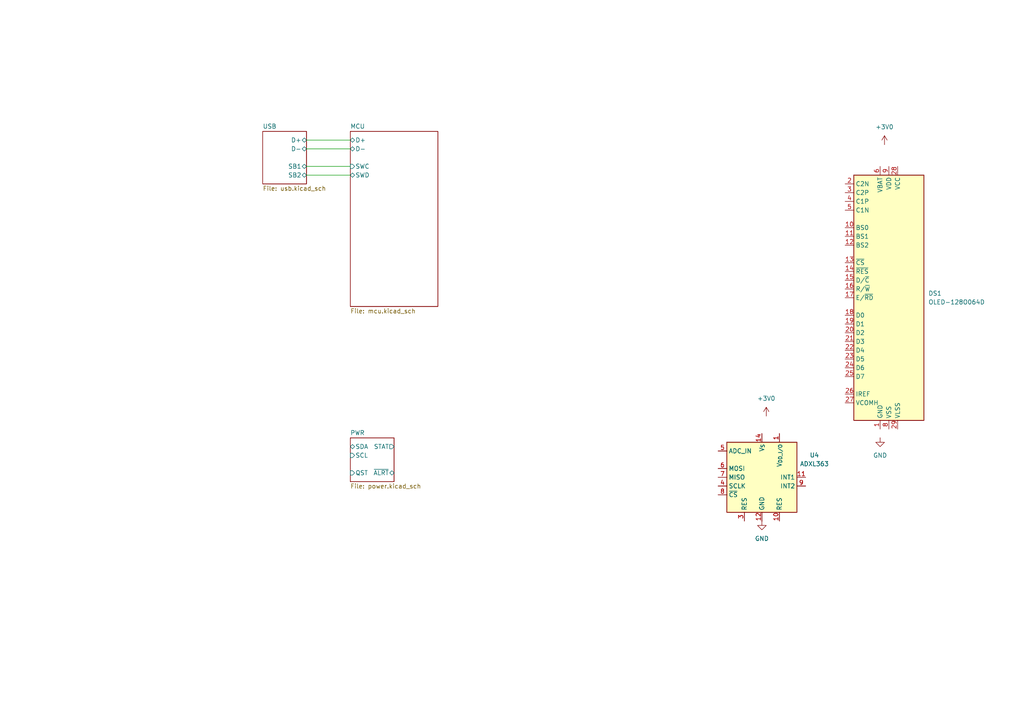
<source format=kicad_sch>
(kicad_sch (version 20250114) (generator "eeschema") (generator_version "9.0")
  (paper "A4")
  (lib_symbols
    (symbol "Display_Graphic:OLED-128O064D"
      (property "Reference" "DS" (at -10.16 38.1 0))
      (property "Value" "OLED-128O064D" (at 12.7 38.1 0))
      (symbol "OLED-128O064D_0_1"
        (rectangle (start -10.16 35.56) (end 10.16 -35.56) (stroke (width 0.254)) (fill (type background)))
      )
      (symbol "OLED-128O064D_1_1"
        (pin passive line (at -12.7 33.02 0) (length 2.54) (name "C2N") (number "2"))
        (pin passive line (at -12.7 30.48 0) (length 2.54) (name "C2P") (number "3"))
        (pin passive line (at -12.7 27.94 0) (length 2.54) (name "C1P") (number "4"))
        (pin passive line (at -12.7 25.4 0) (length 2.54) (name "C1N") (number "5"))
        (pin input line (at -12.7 20.32 0) (length 2.54) (name "BS0") (number "10"))
        (pin input line (at -12.7 17.78 0) (length 2.54) (name "BS1") (number "11"))
        (pin input line (at -12.7 15.24 0) (length 2.54) (name "BS2") (number "12"))
        (pin input line (at -12.7 10.16 0) (length 2.54) (name "~{CS}") (number "13"))
        (pin input line (at -12.7 7.62 0) (length 2.54) (name "~{RES}") (number "14"))
        (pin input line (at -12.7 5.08 0) (length 2.54) (name "D/~{C}") (number "15"))
        (pin input line (at -12.7 2.54 0) (length 2.54) (name "R/~{W}") (number "16"))
        (pin input line (at -12.7 0 0) (length 2.54) (name "E/~{RD}") (number "17"))
        (pin bidirectional line (at -12.7 -5.08 0) (length 2.54) (name "D0") (number "18"))
        (pin bidirectional line (at -12.7 -7.62 0) (length 2.54) (name "D1") (number "19"))
        (pin bidirectional line (at -12.7 -10.16 0) (length 2.54) (name "D2") (number "20"))
        (pin bidirectional line (at -12.7 -12.7 0) (length 2.54) (name "D3") (number "21"))
        (pin bidirectional line (at -12.7 -15.24 0) (length 2.54) (name "D4") (number "22"))
        (pin bidirectional line (at -12.7 -17.78 0) (length 2.54) (name "D5") (number "23"))
        (pin bidirectional line (at -12.7 -20.32 0) (length 2.54) (name "D6") (number "24"))
        (pin bidirectional line (at -12.7 -22.86 0) (length 2.54) (name "D7") (number "25"))
        (pin passive line (at -12.7 -27.94 0) (length 2.54) (name "IREF") (number "26"))
        (pin passive line (at -12.7 -30.48 0) (length 2.54) (name "VCOMH") (number "27"))
        (pin power_in line (at -2.54 38.1 270) (length 2.54) (name "VBAT") (number "6"))
        (pin power_in line (at -2.54 -38.1 90) (length 2.54) (name "GND") (number "1"))
        (pin passive line (at -2.54 -38.1 90) (length 2.54) (hide yes) (name "GND") (number "30"))
        (pin power_in line (at 0 38.1 270) (length 2.54) (name "VDD") (number "9"))
        (pin power_in line (at 0 -38.1 90) (length 2.54) (name "VSS") (number "8"))
        (pin power_in line (at 2.54 38.1 270) (length 2.54) (name "VCC") (number "28"))
        (pin power_in line (at 2.54 -38.1 90) (length 2.54) (name "VLSS") (number "29"))
        (pin no_connect line (at 10.16 0 180) (length 2.54) (hide yes) (name "NC") (number "7"))
      )
    )
    (symbol "Sensor_Motion:ADXL363"
      (property "Reference" "U" (at -8.89 11.43 0))
      (property "Value" "ADXL363" (at 6.35 11.43 0))
      (symbol "ADXL363_0_1"
        (rectangle (start -10.16 10.16) (end 10.16 -10.16) (stroke (width 0.254)) (fill (type background)))
      )
      (symbol "ADXL363_1_1"
        (pin input line (at -12.7 7.62 0) (length 2.54) (name "ADC_IN") (number "5"))
        (pin input line (at -12.7 2.54 0) (length 2.54) (name "MOSI") (number "6"))
        (pin output line (at -12.7 0 0) (length 2.54) (name "MISO") (number "7"))
        (pin input line (at -12.7 -2.54 0) (length 2.54) (name "SCLK") (number "4"))
        (pin input line (at -12.7 -5.08 0) (length 2.54) (name "~{CS}") (number "8"))
        (pin passive line (at -5.08 -12.7 90) (length 2.54) (name "RES") (number "3"))
        (pin power_in line (at 0 12.7 270) (length 2.54) (name "V_{S}") (number "14"))
        (pin power_in line (at 0 -12.7 90) (length 2.54) (name "GND") (number "12"))
        (pin passive line (at 0 -12.7 90) (length 2.54) (hide yes) (name "GND") (number "13"))
        (pin passive line (at 0 -12.7 90) (length 2.54) (hide yes) (name "GND") (number "16"))
        (pin power_in line (at 5.08 12.7 270) (length 2.54) (name "V_{DD_I/O}") (number "1"))
        (pin passive line (at 5.08 -12.7 90) (length 2.54) (name "RES") (number "10"))
        (pin output line (at 12.7 0 180) (length 2.54) (name "INT1") (number "11"))
        (pin output line (at 12.7 -2.54 180) (length 2.54) (name "INT2") (number "9"))
      )
    )
    (symbol "power:+3V0" (power) (pin_numbers (hide yes)) (pin_names (offset 0) (hide yes))
      (property "Value" "+3V0" (at 0 3.556 0))
      (symbol "+3V0_0_1"
        (polyline (pts (xy -0.762 1.27) (xy 0 2.54)))
        (polyline (pts (xy 0 2.54) (xy 0.762 1.27)))
        (polyline (pts (xy 0 0) (xy 0 2.54)))
      )
      (symbol "+3V0_1_1"
        (pin power_in line (at 0 0 90) (length 0) (name "~") (number "1"))
      )
    )
    (symbol "power:GND" (power) (pin_numbers (hide yes)) (pin_names (offset 0) (hide yes))
      (property "Value" "GND" (at 0 -3.81 0))
      (symbol "GND_0_1"
        (polyline (pts (xy 0 0) (xy 0 -1.27) (xy 1.27 -1.27) (xy 0 -2.54) (xy -1.27 -1.27) (xy 0 -1.27)))
      )
      (symbol "GND_1_1"
        (pin power_in line (at 0 0 270) (length 0) (name "~") (number "1"))
      )
    )
  )
  (wire (pts (xy 88.9 40.64) (xy 101.6 40.64)))
  (wire (pts (xy 88.9 48.26) (xy 101.6 48.26)))
  (wire (pts (xy 88.9 50.8) (xy 101.6 50.8)))
  (wire (pts (xy 88.9 43.18) (xy 101.6 43.18)))
  (symbol (lib_id "power:+3V0") (at 222.25 120.65 0) (unit 1)
    (property "Reference" "#PWR045" (effects (hide yes)))
    (property "Value" "+3V0" (at 222.25 115.57 0))
    (property "Description" "Power symbol creates a global label with name \"+3V0\"" (effects (hide yes)))
  )
  (symbol (lib_id "Display_Graphic:OLED-128O064D") (at 257.81 86.36 0) (unit 1)
    (property "Reference" "DS1" (at 269.24 85.0899 0) (effects (justify left)))
    (property "Value" "OLED-128O064D" (at 269.24 87.6299 0) (effects (justify left)))
    (property "Footprint" "Display:OLED-128O064D" (effects (hide yes)))
    (property "Datasheet" "https://www.vishay.com/docs/37902/oled128o064dbpp3n00000.pdf" (effects (hide yes)))
    (property "Description" "OLED display 128x64" (effects (hide yes)))
  )
  (symbol (lib_id "power:GND") (at 220.98 151.13 0) (unit 1)
    (property "Reference" "#PWR036" (effects (hide yes)))
    (property "Value" "GND" (at 220.98 156.21 0))
    (property "Description" "Power symbol creates a global label with name \"GND\" , ground" (effects (hide yes)))
  )
  (symbol (lib_id "power:GND") (at 255.27 127 0) (unit 1)
    (property "Reference" "#PWR037" (effects (hide yes)))
    (property "Value" "GND" (at 255.27 132.08 0))
    (property "Description" "Power symbol creates a global label with name \"GND\" , ground" (effects (hide yes)))
  )
  (symbol (lib_id "power:+3V0") (at 256.54 41.91 0) (unit 1)
    (property "Reference" "#PWR044" (effects (hide yes)))
    (property "Value" "+3V0" (at 256.54 36.83 0))
    (property "Description" "Power symbol creates a global label with name \"+3V0\"" (effects (hide yes)))
  )
  (symbol (lib_id "Sensor_Motion:ADXL363") (at 220.98 138.43 0) (unit 1)
    (property "Reference" "U4" (at 236.22 132.0098 0))
    (property "Value" "ADXL363" (at 236.22 134.5498 0))
    (property "Footprint" "Sensor_Motion:Analog_LGA-16_3.25x3mm_P0.5mm_LayoutBorder3x5y" (effects (hide yes)))
    (property "Datasheet" "https://www.analog.com/media/en/technical-documentation/data-sheets/ADXL363.pdf" (effects (hide yes)))
    (property "Description" "Micropower 3-Axis Accelerometer, Thermometer, 2/4/8g range, SPI, LGA-16" (effects (hide yes)))
  )
  (sheet (at 76.2 38.1) (size 12.7 15.24) (stroke (width 0.1524))
    (property "Sheetname" "USB" (at 76.2 37.3884 0) (effects (justify left bottom)))
    (property "Sheetfile" "usb.kicad_sch" (at 76.2 53.9246 0) (effects (justify left top)))
    (pin "SB2" bidirectional (at 88.9 50.8 0))
    (pin "D-" bidirectional (at 88.9 43.18 0))
    (pin "SB1" bidirectional (at 88.9 48.26 0))
    (pin "D+" bidirectional (at 88.9 40.64 0))
  )
  (sheet (at 101.6 127) (size 12.7 12.7) (stroke (width 0.1524))
    (property "Sheetname" "PWR" (at 101.6 126.2884 0) (effects (justify left bottom)))
    (property "Sheetfile" "power.kicad_sch" (at 101.6 140.2846 0) (effects (justify left top)))
    (pin "SDA" bidirectional (at 101.6 129.54 180))
    (pin "SCL" input (at 101.6 132.08 180))
    (pin "~{ALRT}" tri_state (at 114.3 137.16 0))
    (pin "STAT" output (at 114.3 129.54 0))
    (pin "QST" input (at 101.6 137.16 180))
  )
  (sheet (at 101.6 38.1) (size 25.4 50.8) (stroke (width 0.1524))
    (property "Sheetname" "MCU" (at 101.6 37.3884 0) (effects (justify left bottom)))
    (property "Sheetfile" "mcu.kicad_sch" (at 101.6 89.4846 0) (effects (justify left top)))
    (pin "D+" bidirectional (at 101.6 40.64 180))
    (pin "SWD" bidirectional (at 101.6 50.8 180))
    (pin "D-" bidirectional (at 101.6 43.18 180))
    (pin "SWC" input (at 101.6 48.26 180))
  )
)
</source>
